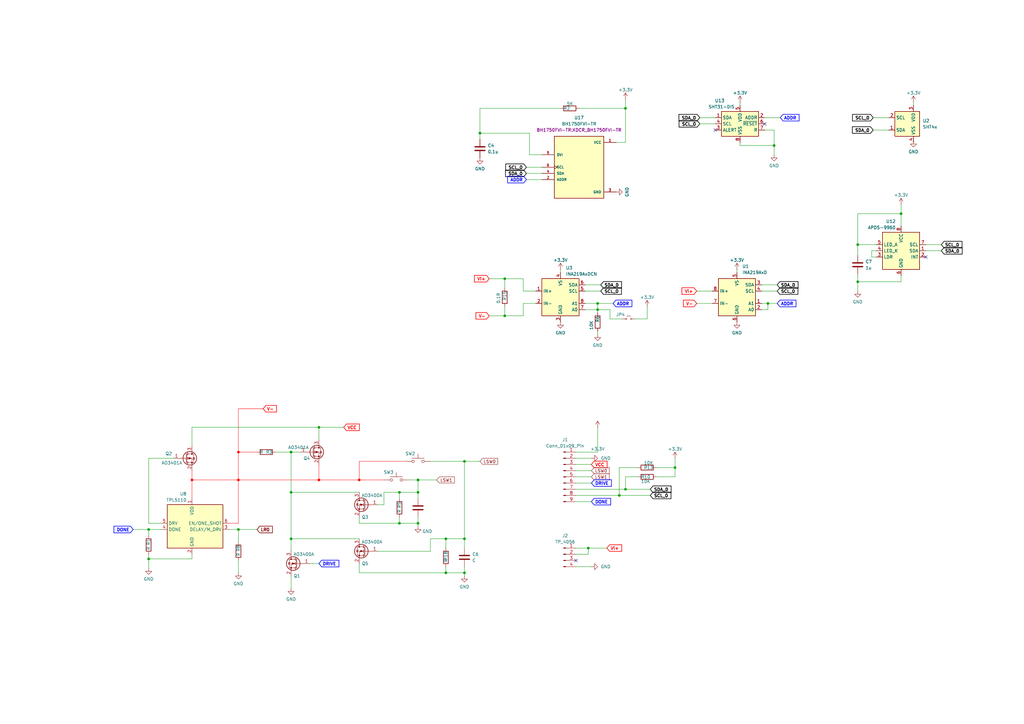
<source format=kicad_sch>
(kicad_sch (version 20250114) (generator "eeschema") (generator_version "9.0")
  (paper "A3")
  (lib_symbols
    (symbol "BH1750FVI-TR:BH1750FVI-TR" (pin_names (offset 1.016))
      (property "Reference" "U" (at -10.1737 13.462 0))
      (property "Value" "BH1750FVI-TR" (at -9.922 -15.24 0))
      (property "Footprint" "BH1750FVI-TR:XDCR_BH1750FVI-TR" (at 0 0 0))
      (symbol "BH1750FVI-TR_0_0"
        (rectangle (start -10.16 12.7) (end 10.16 -12.7) (stroke (width 0.254)) (fill (type background)))
        (pin input line (at -15.24 5.08 0) (length 5.08) (name "DVI") (number "5"))
        (pin input clock (at -15.24 0 0) (length 5.08) (name "SCL") (number "6"))
        (pin bidirectional line (at -15.24 -2.54 0) (length 5.08) (name "SDA") (number "4"))
        (pin input line (at -15.24 -5.08 0) (length 5.08) (name "ADDR") (number "2"))
        (pin power_in line (at 15.24 10.16 180) (length 5.08) (name "VCC") (number "1"))
        (pin power_in line (at 15.24 -10.16 180) (length 5.08) (name "GND") (number "3"))
      )
    )
    (symbol "Connector:Conn_01x04_Pin" (pin_names (offset 1.016) (hide yes))
      (property "Reference" "J" (at 0 5.08 0))
      (property "Value" "Conn_01x04_Pin" (at 0 -7.62 0))
      (symbol "Conn_01x04_Pin_1_1"
        (rectangle (start 0.8636 2.667) (end 0 2.413) (stroke (width 0.1524)) (fill (type outline)))
        (rectangle (start 0.8636 0.127) (end 0 -0.127) (stroke (width 0.1524)) (fill (type outline)))
        (rectangle (start 0.8636 -2.413) (end 0 -2.667) (stroke (width 0.1524)) (fill (type outline)))
        (rectangle (start 0.8636 -4.953) (end 0 -5.207) (stroke (width 0.1524)) (fill (type outline)))
        (polyline (pts (xy 1.27 2.54) (xy 0.8636 2.54)) (stroke (width 0.1524)))
        (polyline (pts (xy 1.27 0) (xy 0.8636 0)) (stroke (width 0.1524)))
        (polyline (pts (xy 1.27 -2.54) (xy 0.8636 -2.54)) (stroke (width 0.1524)))
        (polyline (pts (xy 1.27 -5.08) (xy 0.8636 -5.08)) (stroke (width 0.1524)))
        (pin passive line (at 5.08 2.54 180) (length 3.81) (name "Pin_1") (number "1"))
        (pin passive line (at 5.08 0 180) (length 3.81) (name "Pin_2") (number "2"))
        (pin passive line (at 5.08 -2.54 180) (length 3.81) (name "Pin_3") (number "3"))
        (pin passive line (at 5.08 -5.08 180) (length 3.81) (name "Pin_4") (number "4"))
      )
    )
    (symbol "Connector:Conn_01x09_Pin" (pin_names (offset 1.016) (hide yes))
      (property "Reference" "J" (at 0 12.7 0))
      (property "Value" "Conn_01x09_Pin" (at 0 -12.7 0))
      (symbol "Conn_01x09_Pin_1_1"
        (rectangle (start 0.8636 10.287) (end 0 10.033) (stroke (width 0.1524)) (fill (type outline)))
        (rectangle (start 0.8636 7.747) (end 0 7.493) (stroke (width 0.1524)) (fill (type outline)))
        (rectangle (start 0.8636 5.207) (end 0 4.953) (stroke (width 0.1524)) (fill (type outline)))
        (rectangle (start 0.8636 2.667) (end 0 2.413) (stroke (width 0.1524)) (fill (type outline)))
        (rectangle (start 0.8636 0.127) (end 0 -0.127) (stroke (width 0.1524)) (fill (type outline)))
        (rectangle (start 0.8636 -2.413) (end 0 -2.667) (stroke (width 0.1524)) (fill (type outline)))
        (rectangle (start 0.8636 -4.953) (end 0 -5.207) (stroke (width 0.1524)) (fill (type outline)))
        (rectangle (start 0.8636 -7.493) (end 0 -7.747) (stroke (width 0.1524)) (fill (type outline)))
        (rectangle (start 0.8636 -10.033) (end 0 -10.287) (stroke (width 0.1524)) (fill (type outline)))
        (polyline (pts (xy 1.27 10.16) (xy 0.8636 10.16)) (stroke (width 0.1524)))
        (polyline (pts (xy 1.27 7.62) (xy 0.8636 7.62)) (stroke (width 0.1524)))
        (polyline (pts (xy 1.27 5.08) (xy 0.8636 5.08)) (stroke (width 0.1524)))
        (polyline (pts (xy 1.27 2.54) (xy 0.8636 2.54)) (stroke (width 0.1524)))
        (polyline (pts (xy 1.27 0) (xy 0.8636 0)) (stroke (width 0.1524)))
        (polyline (pts (xy 1.27 -2.54) (xy 0.8636 -2.54)) (stroke (width 0.1524)))
        (polyline (pts (xy 1.27 -5.08) (xy 0.8636 -5.08)) (stroke (width 0.1524)))
        (polyline (pts (xy 1.27 -7.62) (xy 0.8636 -7.62)) (stroke (width 0.1524)))
        (polyline (pts (xy 1.27 -10.16) (xy 0.8636 -10.16)) (stroke (width 0.1524)))
        (pin passive line (at 5.08 10.16 180) (length 3.81) (name "Pin_1") (number "1"))
        (pin passive line (at 5.08 7.62 180) (length 3.81) (name "Pin_2") (number "2"))
        (pin passive line (at 5.08 5.08 180) (length 3.81) (name "Pin_3") (number "3"))
        (pin passive line (at 5.08 2.54 180) (length 3.81) (name "Pin_4") (number "4"))
        (pin passive line (at 5.08 0 180) (length 3.81) (name "Pin_5") (number "5"))
        (pin passive line (at 5.08 -2.54 180) (length 3.81) (name "Pin_6") (number "6"))
        (pin passive line (at 5.08 -5.08 180) (length 3.81) (name "Pin_7") (number "7"))
        (pin passive line (at 5.08 -7.62 180) (length 3.81) (name "Pin_8") (number "8"))
        (pin passive line (at 5.08 -10.16 180) (length 3.81) (name "Pin_9") (number "9"))
      )
    )
    (symbol "Device:C" (pin_numbers (hide yes)) (pin_names (offset 0.254))
      (property "Reference" "C" (at 0.635 2.54 0))
      (property "Value" "C" (at 0.635 -2.54 0))
      (symbol "C_0_1"
        (polyline (pts (xy -2.032 0.762) (xy 2.032 0.762)) (stroke (width 0.508)))
        (polyline (pts (xy -2.032 -0.762) (xy 2.032 -0.762)) (stroke (width 0.508)))
      )
      (symbol "C_1_1"
        (pin passive line (at 0 3.81 270) (length 2.794) (name "~") (number "1"))
        (pin passive line (at 0 -3.81 90) (length 2.794) (name "~") (number "2"))
      )
    )
    (symbol "Device:R" (pin_numbers (hide yes)) (pin_names (offset 0))
      (property "Reference" "R" (at 2.032 0 90))
      (property "Value" "R" (at 0 0 90))
      (symbol "R_0_1"
        (rectangle (start -1.016 -2.54) (end 1.016 2.54) (stroke (width 0.254)))
      )
      (symbol "R_1_1"
        (pin passive line (at 0 3.81 270) (length 1.27) (name "~") (number "1"))
        (pin passive line (at 0 -3.81 90) (length 1.27) (name "~") (number "2"))
      )
    )
    (symbol "Jumper:Jumper_2_Small_Open" (pin_numbers (hide yes)) (pin_names (offset 0) (hide yes))
      (property "Reference" "JP" (at 0 2.794 0))
      (property "Value" "Jumper_2_Small_Open" (at 0 -2.286 0))
      (symbol "Jumper_2_Small_Open_0_0"
        (circle (center -1.016 0) (radius 0.254))
        (circle (center 1.016 0) (radius 0.254))
      )
      (symbol "Jumper_2_Small_Open_0_1"
        (arc (start -0.762 1.0196) (mid 0 1.2729) (end 0.762 1.0196))
      )
      (symbol "Jumper_2_Small_Open_1_1"
        (pin passive line (at -2.54 0 0) (length 1.27) (name "A") (number "1"))
        (pin passive line (at 2.54 0 180) (length 1.27) (name "B") (number "2"))
      )
    )
    (symbol "Sensor:APDS-9960"
      (property "Reference" "U" (at -5.08 8.89 0))
      (property "Value" "APDS-9960" (at 6.35 8.89 0))
      (symbol "APDS-9960_0_1"
        (rectangle (start -7.62 7.62) (end 7.62 -7.62) (stroke (width 0.254)) (fill (type background)))
      )
      (symbol "APDS-9960_1_1"
        (pin input line (at -10.16 2.54 0) (length 2.54) (name "SCL") (number "7"))
        (pin bidirectional line (at -10.16 0 0) (length 2.54) (name "SDA") (number "1"))
        (pin open_collector line (at -10.16 -2.54 0) (length 2.54) (name "INT") (number "2"))
        (pin power_in line (at 0 10.16 270) (length 2.54) (name "VCC") (number "8"))
        (pin power_in line (at 0 -10.16 90) (length 2.54) (name "GND") (number "6"))
        (pin passive line (at 10.16 2.54 180) (length 2.54) (name "LED_A") (number "5"))
        (pin passive line (at 10.16 0 180) (length 2.54) (name "LED_K") (number "4"))
        (pin passive line (at 10.16 -2.54 180) (length 2.54) (name "LDR") (number "3"))
      )
    )
    (symbol "Sensor_Energy:INA219AxD"
      (property "Reference" "U" (at -6.35 8.89 0))
      (property "Value" "INA219AxD" (at 5.08 8.89 0))
      (symbol "INA219AxD_0_1"
        (rectangle (start -7.62 7.62) (end 7.62 -7.62) (stroke (width 0.254)) (fill (type background)))
      )
      (symbol "INA219AxD_1_1"
        (pin input line (at -10.16 2.54 0) (length 2.54) (name "IN+") (number "8"))
        (pin input line (at -10.16 -2.54 0) (length 2.54) (name "IN-") (number "7"))
        (pin power_in line (at 0 10.16 270) (length 2.54) (name "VS") (number "5"))
        (pin power_in line (at 0 -10.16 90) (length 2.54) (name "GND") (number "6"))
        (pin bidirectional line (at 10.16 5.08 180) (length 2.54) (name "SDA") (number "3"))
        (pin input line (at 10.16 2.54 180) (length 2.54) (name "SCL") (number "4"))
        (pin input line (at 10.16 -2.54 180) (length 2.54) (name "A1") (number "1"))
        (pin input line (at 10.16 -5.08 180) (length 2.54) (name "A0") (number "2"))
      )
    )
    (symbol "Sensor_Energy:INA219AxDCN"
      (property "Reference" "U" (at -6.35 8.89 0))
      (property "Value" "INA219AxDCN" (at 6.35 8.89 0))
      (symbol "INA219AxDCN_0_1"
        (rectangle (start -7.62 7.62) (end 7.62 -7.62) (stroke (width 0.254)) (fill (type background)))
      )
      (symbol "INA219AxDCN_1_1"
        (pin input line (at -10.16 2.54 0) (length 2.54) (name "IN+") (number "1"))
        (pin input line (at -10.16 -2.54 0) (length 2.54) (name "IN-") (number "2"))
        (pin power_in line (at 0 10.16 270) (length 2.54) (name "VS") (number "4"))
        (pin power_in line (at 0 -10.16 90) (length 2.54) (name "GND") (number "3"))
        (pin bidirectional line (at 10.16 5.08 180) (length 2.54) (name "SDA") (number "6"))
        (pin input line (at 10.16 2.54 180) (length 2.54) (name "SCL") (number "5"))
        (pin input line (at 10.16 -2.54 180) (length 2.54) (name "A1") (number "8"))
        (pin input line (at 10.16 -5.08 180) (length 2.54) (name "A0") (number "7"))
      )
    )
    (symbol "Sensor_Humidity:SHT31-DIS"
      (property "Reference" "U" (at -6.35 6.35 0))
      (property "Value" "SHT31-DIS" (at 6.35 6.35 0))
      (symbol "SHT31-DIS_0_1"
        (rectangle (start -7.62 5.08) (end 7.62 -5.08) (stroke (width 0.254)) (fill (type background)))
      )
      (symbol "SHT31-DIS_1_1"
        (pin input line (at -10.16 2.54 0) (length 2.54) (name "ADDR") (number "2"))
        (pin input line (at -10.16 0 0) (length 2.54) (name "~{RESET}") (number "6"))
        (pin passive line (at -10.16 -2.54 0) (length 2.54) (name "R") (number "7"))
        (pin power_in line (at 0 7.62 270) (length 2.54) (name "VDD") (number "5"))
        (pin power_in line (at 0 -7.62 90) (length 2.54) (name "VSS") (number "8"))
        (pin passive line (at 0 -7.62 90) (length 2.54) (hide yes) (name "VSS") (number "9"))
        (pin bidirectional line (at 10.16 2.54 180) (length 2.54) (name "SDA") (number "1"))
        (pin input line (at 10.16 0 180) (length 2.54) (name "SCL") (number "4"))
        (pin output line (at 10.16 -2.54 180) (length 2.54) (name "ALERT") (number "3"))
      )
    )
    (symbol "Sensor_Humidity:SHT4x"
      (property "Reference" "U" (at 0 8.89 0))
      (property "Value" "SHT4x" (at 0 6.35 0))
      (symbol "SHT4x_1_1"
        (rectangle (start -5.08 5.08) (end 5.08 -5.08) (stroke (width 0.254)) (fill (type background)))
        (pin input line (at -7.62 2.54 0) (length 2.54) (name "SCL") (number "2"))
        (pin bidirectional line (at -7.62 -2.54 0) (length 2.54) (name "SDA") (number "1"))
        (pin power_in line (at 2.54 7.62 270) (length 2.54) (name "VDD") (number "3"))
        (pin power_in line (at 2.54 -7.62 90) (length 2.54) (name "VSS") (number "4"))
      )
    )
    (symbol "Switch:SW_Push" (pin_numbers (hide yes)) (pin_names (offset 1.016) (hide yes))
      (property "Reference" "SW" (at 1.27 2.54 0))
      (property "Value" "SW_Push" (at 0 -1.524 0))
      (symbol "SW_Push_0_1"
        (circle (center -2.032 0) (radius 0.508))
        (polyline (pts (xy 0 1.27) (xy 0 3.048)))
        (circle (center 2.032 0) (radius 0.508))
        (polyline (pts (xy 2.54 1.27) (xy -2.54 1.27)))
        (pin passive line (at -5.08 0 0) (length 2.54) (name "1") (number "1"))
        (pin passive line (at 5.08 0 180) (length 2.54) (name "2") (number "2"))
      )
    )
    (symbol "Timer:TPL5110"
      (property "Reference" "U8" (at 2.1941 12.065 0))
      (property "Value" "TPL5110" (at 2.1941 9.525 0))
      (symbol "TPL5110_0_1"
        (rectangle (start -12.7 7.62) (end 10.16 -10.16) (stroke (width 0.254)) (fill (type background)))
      )
      (symbol "TPL5110_1_1"
        (pin input line (at -15.24 0 0) (length 2.54) (name "EN/ONE_SHOT") (number "6"))
        (pin input line (at -15.24 -2.54 0) (length 2.54) (name "DELAY/M_DRV") (number "3"))
        (pin bidirectional line (at 0 10.16 270) (length 2.54) (name "VDD") (number "1"))
        (pin power_in line (at 0 -12.7 90) (length 2.54) (name "GND") (number "2"))
        (pin output line (at 12.7 0 180) (length 2.54) (name "DRV") (number "5"))
        (pin input line (at 12.7 -2.54 180) (length 2.54) (name "DONE") (number "4"))
      )
    )
    (symbol "Transistor_FET:AO3400A" (pin_names (hide yes))
      (property "Reference" "Q" (at 5.08 1.905 0))
      (property "Value" "AO3400A" (at 5.08 0 0))
      (symbol "AO3400A_0_1"
        (polyline (pts (xy 0.254 1.905) (xy 0.254 -1.905)) (stroke (width 0.254)))
        (polyline (pts (xy 0.254 0) (xy -2.54 0)))
        (polyline (pts (xy 0.762 2.286) (xy 0.762 1.27)) (stroke (width 0.254)))
        (polyline (pts (xy 0.762 0.508) (xy 0.762 -0.508)) (stroke (width 0.254)))
        (polyline (pts (xy 0.762 -1.27) (xy 0.762 -2.286)) (stroke (width 0.254)))
        (polyline (pts (xy 0.762 -1.778) (xy 3.302 -1.778) (xy 3.302 1.778) (xy 0.762 1.778)))
        (polyline (pts (xy 1.016 0) (xy 2.032 0.381) (xy 2.032 -0.381) (xy 1.016 0)) (fill (type outline)))
        (circle (center 1.651 0) (radius 2.794) (stroke (width 0.254)))
        (polyline (pts (xy 2.54 2.54) (xy 2.54 1.778)))
        (circle (center 2.54 1.778) (radius 0.254) (fill (type outline)))
        (circle (center 2.54 -1.778) (radius 0.254) (fill (type outline)))
        (polyline (pts (xy 2.54 -2.54) (xy 2.54 0) (xy 0.762 0)))
        (polyline (pts (xy 2.794 0.508) (xy 2.921 0.381) (xy 3.683 0.381) (xy 3.81 0.254)))
        (polyline (pts (xy 3.302 0.381) (xy 2.921 -0.254) (xy 3.683 -0.254) (xy 3.302 0.381)))
      )
      (symbol "AO3400A_1_1"
        (pin input line (at -5.08 0 0) (length 2.54) (name "G") (number "1"))
        (pin passive line (at 2.54 5.08 270) (length 2.54) (name "D") (number "3"))
        (pin passive line (at 2.54 -5.08 90) (length 2.54) (name "S") (number "2"))
      )
    )
    (symbol "Transistor_FET:AO3401A" (pin_names (hide yes))
      (property "Reference" "Q" (at 5.08 1.905 0))
      (property "Value" "AO3401A" (at 5.08 0 0))
      (symbol "AO3401A_0_1"
        (polyline (pts (xy 0.254 1.905) (xy 0.254 -1.905)) (stroke (width 0.254)))
        (polyline (pts (xy 0.254 0) (xy -2.54 0)))
        (polyline (pts (xy 0.762 2.286) (xy 0.762 1.27)) (stroke (width 0.254)))
        (polyline (pts (xy 0.762 1.778) (xy 3.302 1.778) (xy 3.302 -1.778) (xy 0.762 -1.778)))
        (polyline (pts (xy 0.762 0.508) (xy 0.762 -0.508)) (stroke (width 0.254)))
        (polyline (pts (xy 0.762 -1.27) (xy 0.762 -2.286)) (stroke (width 0.254)))
        (circle (center 1.651 0) (radius 2.794) (stroke (width 0.254)))
        (polyline (pts (xy 2.286 0) (xy 1.27 0.381) (xy 1.27 -0.381) (xy 2.286 0)) (fill (type outline)))
        (polyline (pts (xy 2.54 2.54) (xy 2.54 1.778)))
        (circle (center 2.54 1.778) (radius 0.254) (fill (type outline)))
        (circle (center 2.54 -1.778) (radius 0.254) (fill (type outline)))
        (polyline (pts (xy 2.54 -2.54) (xy 2.54 0) (xy 0.762 0)))
        (polyline (pts (xy 2.794 -0.508) (xy 2.921 -0.381) (xy 3.683 -0.381) (xy 3.81 -0.254)))
        (polyline (pts (xy 3.302 -0.381) (xy 2.921 0.254) (xy 3.683 0.254) (xy 3.302 -0.381)))
      )
      (symbol "AO3401A_1_1"
        (pin input line (at -5.08 0 0) (length 2.54) (name "G") (number "1"))
        (pin passive line (at 2.54 5.08 270) (length 2.54) (name "D") (number "3"))
        (pin passive line (at 2.54 -5.08 90) (length 2.54) (name "S") (number "2"))
      )
    )
    (symbol "power:+3.3V" (power) (pin_numbers (hide yes)) (pin_names (offset 0) (hide yes))
      (property "Value" "+3.3V" (at 0 3.556 0))
      (symbol "+3.3V_0_1"
        (polyline (pts (xy -0.762 1.27) (xy 0 2.54)))
        (polyline (pts (xy 0 2.54) (xy 0.762 1.27)))
        (polyline (pts (xy 0 0) (xy 0 2.54)))
      )
      (symbol "+3.3V_1_1"
        (pin power_in line (at 0 0 90) (length 0) (name "~") (number "1"))
      )
    )
    (symbol "power:GND" (power) (pin_names (offset 0))
      (property "Value" "GND" (at 0 -3.81 0))
      (symbol "GND_0_1"
        (polyline (pts (xy 0 0) (xy 0 -1.27) (xy 1.27 -1.27) (xy 0 -2.54) (xy -1.27 -1.27) (xy 0 -1.27)))
      )
      (symbol "GND_1_1"
        (pin power_in line (at 0 0 270) (length 0) (hide yes) (name "GND") (number "1"))
      )
    )
  )
  (junction (at 351.79 115.57))
  (junction (at 190.5 189.23))
  (junction (at 254 203.2))
  (junction (at 245.11 124.46))
  (junction (at 171.45 214.63))
  (junction (at 314.96 124.46))
  (junction (at 245.11 127))
  (junction (at 182.88 220.98))
  (junction (at 196.85 54.61))
  (junction (at 163.83 214.63))
  (junction (at 207.01 114.3))
  (junction (at 130.81 196.85) (color 255 0 0 1))
  (junction (at 60.96 229.235))
  (junction (at 147.32 196.85) (color 255 0 0 1))
  (junction (at 182.88 234.95))
  (junction (at 317.5 59.69))
  (junction (at 276.86 191.77))
  (junction (at 256.54 44.45))
  (junction (at 60.96 217.17))
  (junction (at 119.38 201.93))
  (junction (at 369.57 87.63))
  (junction (at 190.5 234.95))
  (junction (at 241.3 224.79))
  (junction (at 171.45 196.85))
  (junction (at 163.83 201.93))
  (junction (at 351.79 100.33))
  (junction (at 207.01 129.54))
  (junction (at 119.38 220.98))
  (junction (at 190.5 220.98))
  (junction (at 78.74 196.85) (color 255 0 0 1))
  (junction (at 256.54 200.66))
  (junction (at 97.79 196.85) (color 255 0 0 1))
  (junction (at 130.81 175.26))
  (junction (at 119.38 185.42))
  (junction (at 97.79 185.42) (color 255 0 0 1))
  (junction (at 97.79 217.17))
  (junction (at 171.45 201.93))
  (no_connect (at 313.69 50.8))
  (no_connect (at 236.22 229.87))
  (no_connect (at 293.37 53.34))
  (no_connect (at 379.73 105.41))
  (wire (pts (xy 317.5 59.69) (xy 317.5 53.34)))
  (wire (pts (xy 140.97 175.26) (xy 130.81 175.26)))
  (wire (pts (xy 182.88 220.98) (xy 190.5 220.98)))
  (wire (pts (xy 374.65 41.91) (xy 374.65 43.18)))
  (wire (pts (xy 207.01 129.54) (xy 214.63 129.54)))
  (wire (pts (xy 245.11 127) (xy 250.19 127)))
  (wire (pts (xy 236.22 205.74) (xy 242.57 205.74)))
  (wire (pts (xy 359.41 105.41) (xy 357.505 105.41)))
  (wire (pts (xy 147.32 189.23) (xy 147.32 196.85)) (stroke (width 0) (color 255 0 0 1)))
  (wire (pts (xy 351.79 112.395) (xy 351.79 115.57)))
  (wire (pts (xy 219.71 124.46) (xy 214.63 124.46)))
  (wire (pts (xy 130.81 175.26) (xy 78.74 175.26)))
  (wire (pts (xy 190.5 189.23) (xy 196.85 189.23)))
  (wire (pts (xy 369.57 113.03) (xy 369.57 115.57)))
  (wire (pts (xy 182.88 220.98) (xy 182.88 224.79)))
  (wire (pts (xy 196.85 54.61) (xy 217.17 54.61)))
  (wire (pts (xy 245.11 124.46) (xy 245.11 127)))
  (wire (pts (xy 97.79 229.87) (xy 97.79 234.95)))
  (wire (pts (xy 240.03 127) (xy 245.11 127)))
  (wire (pts (xy 190.5 189.23) (xy 190.5 220.98)))
  (wire (pts (xy 303.53 41.91) (xy 303.53 43.18)))
  (wire (pts (xy 176.53 226.06) (xy 154.94 226.06)))
  (wire (pts (xy 245.11 127) (xy 245.11 128.27)))
  (wire (pts (xy 364.49 48.26) (xy 358.14 48.26)))
  (wire (pts (xy 105.41 185.42) (xy 97.79 185.42)) (stroke (width 0) (color 255 0 0 1)))
  (wire (pts (xy 66.04 214.63) (xy 60.96 214.63)))
  (wire (pts (xy 113.03 185.42) (xy 119.38 185.42)))
  (wire (pts (xy 236.22 190.5) (xy 242.57 190.5)))
  (wire (pts (xy 97.79 196.85) (xy 97.79 214.63)) (stroke (width 0) (color 255 0 0 1)))
  (wire (pts (xy 97.79 167.64) (xy 97.79 185.42)) (stroke (width 0) (color 255 0 0 1)))
  (wire (pts (xy 217.17 63.5) (xy 222.25 63.5)))
  (wire (pts (xy 119.38 220.98) (xy 119.38 226.06)))
  (wire (pts (xy 379.73 102.87) (xy 386.08 102.87)))
  (wire (pts (xy 236.22 195.58) (xy 242.57 195.58)))
  (wire (pts (xy 97.79 196.85) (xy 78.74 196.85)) (stroke (width 0) (color 255 0 0 1)))
  (wire (pts (xy 351.79 100.33) (xy 359.41 100.33)))
  (wire (pts (xy 163.83 201.93) (xy 171.45 201.93)))
  (wire (pts (xy 313.69 48.26) (xy 320.04 48.26)))
  (wire (pts (xy 171.45 196.85) (xy 171.45 201.93)))
  (wire (pts (xy 285.75 119.38) (xy 292.1 119.38)))
  (wire (pts (xy 207.01 118.11) (xy 207.01 114.3)))
  (wire (pts (xy 190.5 234.95) (xy 190.5 236.22)))
  (wire (pts (xy 119.38 185.42) (xy 119.38 201.93)))
  (wire (pts (xy 207.01 129.54) (xy 207.01 125.73)))
  (wire (pts (xy 250.19 127) (xy 250.19 130.81)))
  (wire (pts (xy 312.42 116.84) (xy 318.77 116.84)))
  (wire (pts (xy 245.11 135.89) (xy 245.11 137.16)))
  (wire (pts (xy 369.57 115.57) (xy 351.79 115.57)))
  (wire (pts (xy 97.79 217.17) (xy 93.98 217.17)))
  (wire (pts (xy 78.74 175.26) (xy 78.74 182.88)))
  (wire (pts (xy 123.19 185.42) (xy 119.38 185.42)))
  (wire (pts (xy 241.3 224.79) (xy 248.92 224.79)))
  (wire (pts (xy 276.86 191.77) (xy 276.86 195.58)))
  (wire (pts (xy 236.22 198.12) (xy 242.57 198.12)))
  (wire (pts (xy 236.22 203.2) (xy 254 203.2)))
  (wire (pts (xy 78.74 229.235) (xy 60.96 229.235)))
  (wire (pts (xy 60.96 187.96) (xy 60.96 214.63)))
  (wire (pts (xy 200.66 114.3) (xy 207.01 114.3)))
  (wire (pts (xy 379.73 100.33) (xy 386.08 100.33)))
  (wire (pts (xy 303.53 59.69) (xy 317.5 59.69)))
  (wire (pts (xy 60.96 229.235) (xy 60.96 233.045)))
  (wire (pts (xy 190.5 220.98) (xy 190.5 224.79)))
  (wire (pts (xy 214.63 119.38) (xy 219.71 119.38)))
  (wire (pts (xy 240.03 116.84) (xy 246.38 116.84)))
  (wire (pts (xy 176.53 220.98) (xy 176.53 226.06)))
  (wire (pts (xy 60.96 227.33) (xy 60.96 229.235)))
  (wire (pts (xy 147.32 214.63) (xy 147.32 212.09)))
  (wire (pts (xy 171.45 196.85) (xy 179.07 196.85)))
  (wire (pts (xy 182.88 232.41) (xy 182.88 234.95)))
  (wire (pts (xy 222.25 68.58) (xy 215.9 68.58)))
  (wire (pts (xy 97.79 196.85) (xy 130.81 196.85)) (stroke (width 0) (color 255 0 0 1)))
  (wire (pts (xy 196.85 54.61) (xy 196.85 57.15)))
  (wire (pts (xy 256.54 195.58) (xy 256.54 200.66)))
  (wire (pts (xy 97.79 217.17) (xy 97.79 222.25)))
  (wire (pts (xy 93.98 214.63) (xy 97.79 214.63)) (stroke (width 0) (color 255 0 0 1)))
  (wire (pts (xy 236.22 227.33) (xy 241.3 227.33)))
  (wire (pts (xy 119.38 220.98) (xy 147.32 220.98)))
  (wire (pts (xy 66.04 217.17) (xy 60.96 217.17)))
  (wire (pts (xy 265.43 125.73) (xy 265.43 130.81)))
  (wire (pts (xy 147.32 234.95) (xy 182.88 234.95)))
  (wire (pts (xy 302.26 110.49) (xy 302.26 111.76)))
  (wire (pts (xy 317.5 59.69) (xy 317.5 63.5)))
  (wire (pts (xy 293.37 50.8) (xy 287.02 50.8)))
  (wire (pts (xy 78.74 227.33) (xy 78.74 229.235)))
  (wire (pts (xy 190.5 232.41) (xy 190.5 234.95)))
  (wire (pts (xy 97.79 217.17) (xy 105.41 217.17)))
  (wire (pts (xy 236.22 187.96) (xy 242.57 187.96)))
  (wire (pts (xy 60.96 217.17) (xy 60.96 219.71)))
  (wire (pts (xy 303.53 58.42) (xy 303.53 59.69)))
  (wire (pts (xy 78.74 193.04) (xy 78.74 196.85)) (stroke (width 0) (color 255 0 0 1)))
  (wire (pts (xy 130.81 196.85) (xy 147.32 196.85)) (stroke (width 0) (color 255 0 0 1)))
  (wire (pts (xy 312.42 119.38) (xy 318.77 119.38)))
  (wire (pts (xy 171.45 215.9) (xy 171.45 214.63)))
  (wire (pts (xy 229.87 110.49) (xy 229.87 111.76)))
  (wire (pts (xy 364.49 53.34) (xy 358.14 53.34)))
  (wire (pts (xy 130.81 175.26) (xy 130.81 180.34)))
  (wire (pts (xy 127 231.14) (xy 130.81 231.14)))
  (wire (pts (xy 236.22 200.66) (xy 256.54 200.66)))
  (wire (pts (xy 196.85 44.45) (xy 196.85 54.61)))
  (wire (pts (xy 176.53 220.98) (xy 182.88 220.98)))
  (wire (pts (xy 245.11 124.46) (xy 251.46 124.46)))
  (wire (pts (xy 237.49 44.45) (xy 256.54 44.45)))
  (wire (pts (xy 265.43 130.81) (xy 260.35 130.81)))
  (wire (pts (xy 256.54 200.66) (xy 266.7 200.66)))
  (wire (pts (xy 240.03 119.38) (xy 246.38 119.38)))
  (wire (pts (xy 207.01 114.3) (xy 214.63 114.3)))
  (wire (pts (xy 147.32 214.63) (xy 163.83 214.63)))
  (wire (pts (xy 312.42 124.46) (xy 314.96 124.46)))
  (wire (pts (xy 107.95 167.64) (xy 97.79 167.64)) (stroke (width 0) (color 255 0 0 1)))
  (wire (pts (xy 171.45 214.63) (xy 171.45 212.09)))
  (wire (pts (xy 240.03 124.46) (xy 245.11 124.46)))
  (wire (pts (xy 256.54 58.42) (xy 252.73 58.42)))
  (wire (pts (xy 276.86 195.58) (xy 269.24 195.58)))
  (wire (pts (xy 374.65 58.42) (xy 374.65 57.785)))
  (wire (pts (xy 351.79 87.63) (xy 351.79 100.33)))
  (wire (pts (xy 157.48 207.01) (xy 157.48 201.93)))
  (wire (pts (xy 167.64 196.85) (xy 171.45 196.85)))
  (wire (pts (xy 163.83 201.93) (xy 163.83 204.47)))
  (wire (pts (xy 190.5 234.95) (xy 182.88 234.95)))
  (wire (pts (xy 97.79 185.42) (xy 97.79 196.85)) (stroke (width 0) (color 255 0 0 1)))
  (wire (pts (xy 236.22 224.79) (xy 241.3 224.79)))
  (wire (pts (xy 119.38 201.93) (xy 119.38 220.98)))
  (wire (pts (xy 245.11 175.26) (xy 245.11 185.42)))
  (wire (pts (xy 276.86 187.96) (xy 276.86 191.77)))
  (wire (pts (xy 313.69 53.34) (xy 317.5 53.34)))
  (wire (pts (xy 207.01 129.54) (xy 200.66 129.54)))
  (wire (pts (xy 261.62 195.58) (xy 256.54 195.58)))
  (wire (pts (xy 147.32 189.23) (xy 166.37 189.23)) (stroke (width 0) (color 255 0 0 1)))
  (wire (pts (xy 236.22 193.04) (xy 242.57 193.04)))
  (wire (pts (xy 222.25 71.12) (xy 215.9 71.12)))
  (wire (pts (xy 293.37 48.26) (xy 287.02 48.26)))
  (wire (pts (xy 171.45 201.93) (xy 171.45 204.47)))
  (wire (pts (xy 241.3 227.33) (xy 241.3 224.79)))
  (wire (pts (xy 351.79 100.33) (xy 351.79 104.775)))
  (wire (pts (xy 217.17 54.61) (xy 217.17 63.5)))
  (wire (pts (xy 176.53 189.23) (xy 190.5 189.23)))
  (wire (pts (xy 163.83 214.63) (xy 171.45 214.63)))
  (wire (pts (xy 130.81 190.5) (xy 130.81 196.85)) (stroke (width 0) (color 255 0 0 1)))
  (wire (pts (xy 357.505 102.87) (xy 359.41 102.87)))
  (wire (pts (xy 60.96 187.96) (xy 71.12 187.96)))
  (wire (pts (xy 254 191.77) (xy 254 203.2)))
  (wire (pts (xy 276.86 191.77) (xy 269.24 191.77)))
  (wire (pts (xy 157.48 201.93) (xy 163.83 201.93)))
  (wire (pts (xy 214.63 124.46) (xy 214.63 129.54)))
  (wire (pts (xy 236.22 232.41) (xy 242.57 232.41)))
  (wire (pts (xy 254 203.2) (xy 266.7 203.2)))
  (wire (pts (xy 60.96 217.17) (xy 54.61 217.17)))
  (wire (pts (xy 369.57 83.82) (xy 369.57 87.63)))
  (wire (pts (xy 154.94 207.01) (xy 157.48 207.01)))
  (wire (pts (xy 147.32 234.95) (xy 147.32 231.14)))
  (wire (pts (xy 250.19 130.81) (xy 255.27 130.81)))
  (wire (pts (xy 357.505 105.41) (xy 357.505 102.87)))
  (wire (pts (xy 314.96 124.46) (xy 318.77 124.46)))
  (wire (pts (xy 222.25 73.66) (xy 215.9 73.66)))
  (wire (pts (xy 78.74 196.85) (xy 78.74 204.47)) (stroke (width 0) (color 255 0 0 1)))
  (wire (pts (xy 119.38 236.22) (xy 119.38 241.3)))
  (wire (pts (xy 292.1 124.46) (xy 285.75 124.46)))
  (wire (pts (xy 236.22 185.42) (xy 245.11 185.42)))
  (wire (pts (xy 312.42 127) (xy 314.96 127)))
  (wire (pts (xy 229.87 44.45) (xy 196.85 44.45)))
  (wire (pts (xy 261.62 191.77) (xy 254 191.77)))
  (wire (pts (xy 369.57 92.71) (xy 369.57 87.63)))
  (wire (pts (xy 256.54 44.45) (xy 256.54 58.42)))
  (wire (pts (xy 119.38 201.93) (xy 147.32 201.93)))
  (wire (pts (xy 163.83 212.09) (xy 163.83 214.63)))
  (wire (pts (xy 351.79 119.38) (xy 351.79 115.57)))
  (wire (pts (xy 369.57 87.63) (xy 351.79 87.63)))
  (wire (pts (xy 147.32 196.85) (xy 157.48 196.85)) (stroke (width 0) (color 255 0 0 1)))
  (wire (pts (xy 256.54 40.64) (xy 256.54 44.45)))
  (wire (pts (xy 314.96 127) (xy 314.96 124.46)))
  (wire (pts (xy 214.63 114.3) (xy 214.63 119.38)))
  (global_label "SCL_0" (shape input) (at 386.08 100.33 0) (effects (font (thickness 0.254) (bold yes))) (property "Intersheetrefs" "${INTERSHEET_REFS}" (effects (hide yes))))
  (global_label "LR0" (shape input) (at 105.41 217.17 0) (effects (font (thickness 0.254) (bold yes))) (property "Intersheetrefs" "${INTERSHEET_REFS}" (effects (hide yes))))
  (global_label "SDA_0" (shape input) (at 287.02 48.26 180) (effects (font (thickness 0.254) (bold yes))) (property "Intersheetrefs" "${INTERSHEET_REFS}" (effects (hide yes))))
  (global_label "Vi+" (shape input) (at 285.75 119.38 180) (effects (font (thickness 0.254) (bold yes))) (property "Intersheetrefs" "${INTERSHEET_REFS}" (effects (hide yes))))
  (global_label "VCC" (shape input) (at 140.97 175.26 0) (effects (font (thickness 0.254) (bold yes))) (property "Intersheetrefs" "${INTERSHEET_REFS}" (effects (hide yes))))
  (global_label "DONE" (shape input) (at 54.61 217.17 180) (effects (font (thickness 0.254) (bold yes))) (property "Intersheetrefs" "${INTERSHEET_REFS}" (effects (hide yes))))
  (global_label "LSW1" (shape input) (at 242.57 195.58 0) (property "Intersheetrefs" "${INTERSHEET_REFS}" (effects (hide yes))))
  (global_label "SCL_0" (shape input) (at 266.7 203.2 0) (effects (font (thickness 0.254) (bold yes))) (property "Intersheetrefs" "${INTERSHEET_REFS}" (effects (hide yes))))
  (global_label "Vi+" (shape input) (at 200.66 114.3 180) (effects (font (thickness 0.254) (bold yes))) (property "Intersheetrefs" "${INTERSHEET_REFS}" (effects (hide yes))))
  (global_label "VCC" (shape input) (at 242.57 190.5 0) (effects (font (thickness 0.254) (bold yes))) (property "Intersheetrefs" "${INTERSHEET_REFS}" (effects (hide yes))))
  (global_label "SDA_0" (shape input) (at 386.08 102.87 0) (effects (font (thickness 0.254) (bold yes))) (property "Intersheetrefs" "${INTERSHEET_REFS}" (effects (hide yes))))
  (global_label "SCL_0" (shape input) (at 358.14 48.26 180) (effects (font (thickness 0.254) (bold yes))) (property "Intersheetrefs" "${INTERSHEET_REFS}" (effects (hide yes))))
  (global_label "V-" (shape input) (at 200.66 129.54 180) (effects (font (thickness 0.254) (bold yes))) (property "Intersheetrefs" "${INTERSHEET_REFS}" (effects (hide yes))))
  (global_label "V-" (shape input) (at 285.75 124.46 180) (effects (font (thickness 0.254) (bold yes))) (property "Intersheetrefs" "${INTERSHEET_REFS}" (effects (hide yes))))
  (global_label "Vi+" (shape input) (at 248.92 224.79 0) (effects (font (thickness 0.254) (bold yes))) (property "Intersheetrefs" "${INTERSHEET_REFS}" (effects (hide yes))))
  (global_label "ADDR" (shape input) (at 215.9 73.66 180) (effects (font (thickness 0.254) (bold yes))) (property "Intersheetrefs" "${INTERSHEET_REFS}" (effects (hide yes))))
  (global_label "LSW0" (shape input) (at 196.85 189.23 0) (property "Intersheetrefs" "${INTERSHEET_REFS}" (effects (hide yes))))
  (global_label "SCL_0" (shape input) (at 246.38 119.38 0) (effects (font (thickness 0.254) (bold yes))) (property "Intersheetrefs" "${INTERSHEET_REFS}" (effects (hide yes))))
  (global_label "ADDR" (shape input) (at 251.46 124.46 0) (effects (font (thickness 0.254) (bold yes))) (property "Intersheetrefs" "${INTERSHEET_REFS}" (effects (hide yes))))
  (global_label "SDA_0" (shape input) (at 318.77 116.84 0) (effects (font (thickness 0.254) (bold yes))) (property "Intersheetrefs" "${INTERSHEET_REFS}" (effects (hide yes))))
  (global_label "SDA_0" (shape input) (at 246.38 116.84 0) (effects (font (thickness 0.254) (bold yes))) (property "Intersheetrefs" "${INTERSHEET_REFS}" (effects (hide yes))))
  (global_label "ADDR" (shape input) (at 320.04 48.26 0) (effects (font (thickness 0.254) (bold yes))) (property "Intersheetrefs" "${INTERSHEET_REFS}" (effects (hide yes))))
  (global_label "SDA_0" (shape input) (at 215.9 71.12 180) (effects (font (thickness 0.254) (bold yes))) (property "Intersheetrefs" "${INTERSHEET_REFS}" (effects (hide yes))))
  (global_label "DRIVE" (shape input) (at 130.81 231.14 0) (effects (font (thickness 0.254) (bold yes))) (property "Intersheetrefs" "${INTERSHEET_REFS}" (effects (hide yes))))
  (global_label "ADDR" (shape input) (at 318.77 124.46 0) (effects (font (thickness 0.254) (bold yes))) (property "Intersheetrefs" "${INTERSHEET_REFS}" (effects (hide yes))))
  (global_label "LSW1" (shape input) (at 179.07 196.85 0) (property "Intersheetrefs" "${INTERSHEET_REFS}" (effects (hide yes))))
  (global_label "SCL_0" (shape input) (at 287.02 50.8 180) (effects (font (thickness 0.254) (bold yes))) (property "Intersheetrefs" "${INTERSHEET_REFS}" (effects (hide yes))))
  (global_label "SCL_0" (shape input) (at 318.77 119.38 0) (effects (font (thickness 0.254) (bold yes))) (property "Intersheetrefs" "${INTERSHEET_REFS}" (effects (hide yes))))
  (global_label "LSW0" (shape input) (at 242.57 193.04 0) (property "Intersheetrefs" "${INTERSHEET_REFS}" (effects (hide yes))))
  (global_label "SDA_0" (shape input) (at 266.7 200.66 0) (effects (font (thickness 0.254) (bold yes))) (property "Intersheetrefs" "${INTERSHEET_REFS}" (effects (hide yes))))
  (global_label "DONE" (shape input) (at 242.57 205.74 0) (effects (font (thickness 0.254) (bold yes))) (property "Intersheetrefs" "${INTERSHEET_REFS}" (effects (hide yes))))
  (global_label "SCL_0" (shape input) (at 215.9 68.58 180) (effects (font (thickness 0.254) (bold yes))) (property "Intersheetrefs" "${INTERSHEET_REFS}" (effects (hide yes))))
  (global_label "SDA_0" (shape input) (at 358.14 53.34 180) (effects (font (thickness 0.254) (bold yes))) (property "Intersheetrefs" "${INTERSHEET_REFS}" (effects (hide yes))))
  (global_label "DRIVE" (shape input) (at 242.57 198.12 0) (effects (font (thickness 0.254) (bold yes))) (property "Intersheetrefs" "${INTERSHEET_REFS}" (effects (hide yes))))
  (global_label "V-" (shape input) (at 107.95 167.64 0) (effects (font (thickness 0.254) (bold yes))) (property "Intersheetrefs" "${INTERSHEET_REFS}" (effects (hide yes))))
  (symbol (lib_id "Device:R") (at 60.96 223.52 180) (unit 1)
    (property "Reference" "R1" (at 60.96 220.98 90) (effects (justify left)))
    (property "Value" "R" (at 60.96 224.155 90) (effects (justify left)))
    (property "Footprint" "Resistor_SMD:R_0603_1608Metric" (effects (hide yes)))
  )
  (symbol (lib_id "power:+3.3V") (at 256.54 40.64 0) (unit 1)
    (property "Reference" "#PWR013" (effects (hide yes)))
    (property "Value" "+3.3V" (at 256.54 36.83 0))
  )
  (symbol (lib_id "power:+3.3V") (at 265.43 125.73 0) (unit 1)
    (property "Reference" "#PWR024" (effects (hide yes)))
    (property "Value" "+3.3V" (at 265.43 121.92 0))
  )
  (symbol (lib_id "Transistor_FET:AO3400A") (at 149.86 226.06 0) (mirror y) (unit 1)
    (property "Reference" "Q5" (at 151.13 231.14 0) (effects (justify left)))
    (property "Value" "AO3400A" (at 156.845 222.25 0) (effects (justify left)))
    (property "Footprint" "Package_TO_SOT_SMD:SOT-23" (effects (hide yes)))
    (property "Datasheet" "http://www.aosmd.com/pdfs/datasheet/AO3400A.pdf" (effects (hide yes)))
  )
  (symbol (lib_id "Transistor_FET:AO3400A") (at 149.86 207.01 0) (mirror y) (unit 1)
    (property "Reference" "Q3" (at 151.13 212.09 0) (effects (justify left)))
    (property "Value" "AO3400A" (at 156.845 203.2 0) (effects (justify left)))
    (property "Footprint" "Package_TO_SOT_SMD:SOT-23" (effects (hide yes)))
    (property "Datasheet" "http://www.aosmd.com/pdfs/datasheet/AO3400A.pdf" (effects (hide yes)))
  )
  (symbol (lib_id "power:+3.3V") (at 369.57 83.82 0) (unit 1)
    (property "Reference" "#PWR017" (effects (hide yes)))
    (property "Value" "+3.3V" (at 369.57 80.01 0))
  )
  (symbol (lib_id "Timer:TPL5110") (at 78.74 214.63 0) (mirror y) (unit 1)
    (property "Reference" "U8" (at 76.5459 202.565 0) (effects (justify left)))
    (property "Value" "TPL5110" (at 76.5459 205.105 0) (effects (justify left)))
    (property "Footprint" "Package_TO_SOT_SMD:SOT-23-6" (effects (hide yes)))
    (property "Datasheet" "http://www.ti.com/lit/ds/symlink/tpl5110.pdf" (effects (hide yes)))
  )
  (symbol (lib_id "power:GND") (at 196.85 64.77 0) (mirror y) (unit 1)
    (property "Reference" "#PWR036" (effects (hide yes)))
    (property "Value" "GND" (at 196.85 69.215 0))
  )
  (symbol (lib_id "Jumper:Jumper_2_Small_Open") (at 257.81 130.81 0) (unit 1)
    (property "Reference" "JP4" (at 254.508 129.032 0))
    (property "Value" "Jp_2" (effects (hide yes)))
    (property "Footprint" "Jumper:SolderJumper-2_P1.3mm_Open_Pad1.0x1.5mm" (effects (hide yes)))
    (property "Description" "Jumper, 2-pole, small symbol, open" (effects (hide yes)))
  )
  (symbol (lib_id "Sensor_Energy:INA219AxDCN") (at 229.87 121.92 0) (unit 1)
    (property "Reference" "U3" (at 232.0641 109.855 0) (effects (justify left)))
    (property "Value" "INA219AxDCN" (at 232.0641 112.395 0) (effects (justify left)))
    (property "Footprint" "Package_TO_SOT_SMD:SOT-23-8" (effects (hide yes)))
    (property "Datasheet" "http://www.ti.com/lit/ds/symlink/ina219.pdf" (effects (hide yes)))
  )
  (symbol (lib_id "power:+3.3V") (at 302.26 110.49 0) (unit 1)
    (property "Reference" "#PWR021" (effects (hide yes)))
    (property "Value" "+3.3V" (at 302.26 106.68 0))
  )
  (symbol (lib_id "power:GND") (at 351.79 119.38 0) (unit 1)
    (property "Reference" "#PWR035" (effects (hide yes)))
    (property "Value" "GND" (at 351.79 123.825 0))
  )
  (symbol (lib_id "Sensor:APDS-9960") (at 369.57 102.87 0) (mirror y) (unit 1)
    (property "Reference" "U12" (at 367.3759 90.805 0) (effects (justify left)))
    (property "Value" "APDS-9960" (at 367.3759 93.345 0) (effects (justify left)))
    (property "Footprint" "Sensor:Avago_APDS-9960" (effects (hide yes)))
    (property "Datasheet" "https://docs.broadcom.com/doc/AV02-4191EN" (effects (hide yes)))
  )
  (symbol (lib_id "Device:R") (at 182.88 228.6 180) (unit 1)
    (property "Reference" "R18" (at 182.88 226.06 90) (effects (justify left)))
    (property "Value" "R" (at 182.88 229.235 90) (effects (justify left)))
    (property "Footprint" "Resistor_SMD:R_0603_1608Metric" (effects (hide yes)))
  )
  (symbol (lib_id "Device:C") (at 351.79 108.585 0) (mirror y) (unit 1)
    (property "Reference" "C7" (at 354.965 107.315 0) (effects (justify right)))
    (property "Value" "1u" (at 354.965 109.855 0) (effects (justify right)))
    (property "Footprint" "Capacitor_SMD:C_0603_1608Metric" (effects (hide yes)))
  )
  (symbol (lib_id "power:+3.3V") (at 245.11 175.26 0) (unit 1)
    (property "Reference" "#PWR022" (effects (hide yes)))
    (property "Value" "+3.3V" (at 245.11 184.15 0))
  )
  (symbol (lib_id "Device:C") (at 196.85 60.96 0) (unit 1)
    (property "Reference" "C4" (at 200.025 59.69 0) (effects (justify left)))
    (property "Value" "0.1u" (at 200.025 62.23 0) (effects (justify left)))
    (property "Footprint" "Capacitor_SMD:C_0603_1608Metric" (effects (hide yes)))
  )
  (symbol (lib_id "power:GND") (at 171.45 215.9 0) (mirror y) (unit 1)
    (property "Reference" "#PWR023" (effects (hide yes)))
    (property "Value" "GND" (at 175.26 217.932 0))
  )
  (symbol (lib_id "power:GND") (at 374.65 57.785 0) (unit 1)
    (property "Reference" "#PWR05" (effects (hide yes)))
    (property "Value" "GND" (at 374.65 62.23 0))
  )
  (symbol (lib_id "Device:R") (at 163.83 208.28 180) (unit 1)
    (property "Reference" "R5" (at 163.83 205.74 90) (effects (justify left)))
    (property "Value" "R" (at 163.83 208.915 90) (effects (justify left)))
    (property "Footprint" "Resistor_SMD:R_0603_1608Metric" (effects (hide yes)))
  )
  (symbol (lib_id "power:GND") (at 242.57 232.41 90) (unit 1)
    (property "Reference" "#PWR040" (effects (hide yes)))
    (property "Value" "GND" (at 246.38 232.4099 90) (effects (justify right)))
  )
  (symbol (lib_id "power:GND") (at 60.96 233.045 0) (unit 1)
    (property "Reference" "#PWR012" (effects (hide yes)))
    (property "Value" "GND" (at 60.96 237.49 0))
  )
  (symbol (lib_id "power:GND") (at 245.11 137.16 0) (unit 1)
    (property "Reference" "#PWR07" (effects (hide yes)))
    (property "Value" "GND" (at 245.11 141.605 0))
  )
  (symbol (lib_id "Switch:SW_Push") (at 162.56 196.85 0) (unit 1)
    (property "Reference" "SW3" (at 159.385 193.675 0))
    (property "Value" "SW_Push" (effects (hide yes)))
    (property "Footprint" "Button_Switch_SMD:SW_SPST_PTS810" (effects (hide yes)))
  )
  (symbol (lib_id "power:GND") (at 302.26 132.08 0) (unit 1)
    (property "Reference" "#PWR025" (effects (hide yes)))
    (property "Value" "GND" (at 302.26 136.525 0))
  )
  (symbol (lib_id "BH1750FVI-TR:BH1750FVI-TR") (at 237.49 68.58 0) (unit 1)
    (property "Reference" "U17" (at 237.49 48.26 0))
    (property "Value" "BH1750FVI-TR" (at 237.49 50.8 0))
    (property "Footprint" "BH1750FVI-TR:XDCR_BH1750FVI-TR" (at 237.49 53.34 0))
    (property "Description" "\nOptical Sensor Ambient 560nm I²C 6-SMD, Flat Lead Exposed Pad\n" (effects (hide yes)))
    (property "MF" "Rohm" (effects (hide yes)))
    (property "MAXIMUM_PACKAGE_HEIGHT" "0.75mm" (effects (hide yes)))
    (property "Package" "SMD-6 ROHM Semiconductor" (effects (hide yes)))
    (property "Price" "None" (effects (hide yes)))
    (property "Check_prices" "https://www.snapeda.com/parts/BH1750FVI-TR/Rohm/view-part/?ref=eda" (effects (hide yes)))
    (property "STANDARD" "Manufacturer recommendations" (effects (hide yes)))
    (property "PARTREV" "D" (effects (hide yes)))
    (property "SnapEDA_Link" "https://www.snapeda.com/parts/BH1750FVI-TR/Rohm/view-part/?ref=snap" (effects (hide yes)))
    (property "MP" "BH1750FVI-TR" (effects (hide yes)))
    (property "Purchase-URL" "https://www.snapeda.com/api/url_track_click_mouser/?unipart_id=106507&manufacturer=Rohm&part_name=BH1750FVI-TR&search_term=None" (effects (hide yes)))
    (property "Availability" "In Stock" (effects (hide yes)))
    (property "MANUFACTURER" "Rohm" (effects (hide yes)))
  )
  (symbol (lib_id "Sensor_Energy:INA219AxD") (at 302.26 121.92 0) (unit 1)
    (property "Reference" "U1" (at 304.4033 109.22 0) (effects (justify left)))
    (property "Value" "INA219AxD" (at 304.4033 111.76 0) (effects (justify left)))
    (property "Footprint" "Package_SO:SOIC-8_3.9x4.9mm_P1.27mm" (effects (hide yes)))
    (property "Datasheet" "http://www.ti.com/lit/ds/symlink/ina219.pdf" (effects (hide yes)))
    (property "Description" "Zero-Drift, Bidirectional Current/Power Monitor (0-26V) With I2C Interface, SOIC-8" (effects (hide yes)))
  )
  (symbol (lib_id "Device:R") (at 207.01 121.92 180) (unit 1)
    (property "Reference" "R15" (at 207.01 119.38 90) (effects (justify left)))
    (property "Value" "0.1R" (at 204.47 120.015 90) (effects (justify left)))
    (property "Footprint" "Resistor_SMD:R_2512_6332Metric" (effects (hide yes)))
  )
  (symbol (lib_id "power:GND") (at 119.38 241.3 0) (mirror y) (unit 1)
    (property "Reference" "#PWR01" (effects (hide yes)))
    (property "Value" "GND" (at 119.38 245.745 0))
  )
  (symbol (lib_id "power:GND") (at 97.79 234.95 0) (mirror y) (unit 1)
    (property "Reference" "#PWR03" (effects (hide yes)))
    (property "Value" "GND" (at 97.79 239.395 0))
  )
  (symbol (lib_id "Transistor_FET:AO3401A") (at 76.2 187.96 0) (unit 1)
    (property "Reference" "Q2" (at 69.215 186.055 0))
    (property "Value" "AO3401A" (at 70.485 189.865 0))
    (property "Footprint" "Package_TO_SOT_SMD:SOT-23" (effects (hide yes)))
    (property "Datasheet" "http://www.aosmd.com/pdfs/datasheet/AO3401A.pdf" (effects (hide yes)))
  )
  (symbol (lib_id "power:GND") (at 317.5 63.5 0) (unit 1)
    (property "Reference" "#PWR037" (effects (hide yes)))
    (property "Value" "GND" (at 317.5 67.945 0))
  )
  (symbol (lib_id "power:+3.3V") (at 303.53 41.91 0) (unit 1)
    (property "Reference" "#PWR014" (effects (hide yes)))
    (property "Value" "+3.3V" (at 303.53 38.1 0))
  )
  (symbol (lib_id "Connector:Conn_01x09_Pin") (at 231.14 195.58 0) (unit 1)
    (property "Reference" "J1" (at 231.775 180.34 0))
    (property "Value" "Conn_01x09_Pin" (at 231.775 182.88 0))
    (property "Footprint" "Connector_PinHeader_2.54mm:PinHeader_1x09_P2.54mm_Vertical" (effects (hide yes)))
    (property "Description" "Generic connector, single row, 01x09, script generated" (effects (hide yes)))
  )
  (symbol (lib_id "Device:R") (at 97.79 226.06 180) (unit 1)
    (property "Reference" "R8" (at 97.79 223.52 90) (effects (justify left)))
    (property "Value" "R" (at 97.79 226.695 90) (effects (justify left)))
    (property "Footprint" "Resistor_SMD:R_0603_1608Metric" (effects (hide yes)))
  )
  (symbol (lib_id "power:GND") (at 242.57 187.96 90) (unit 1)
    (property "Reference" "#PWR039" (effects (hide yes)))
    (property "Value" "GND" (at 246.38 187.9599 90) (effects (justify right)))
  )
  (symbol (lib_id "power:+3.3V") (at 276.86 187.96 0) (unit 1)
    (property "Reference" "#PWR019" (effects (hide yes)))
    (property "Value" "+3.3V" (at 276.86 184.15 0))
  )
  (symbol (lib_id "Connector:Conn_01x04_Pin") (at 231.14 227.33 0) (unit 1)
    (property "Reference" "J2" (at 231.775 219.71 0))
    (property "Value" "TP_4056" (at 231.775 222.25 0))
    (property "Footprint" "IOT-Mess-Footprints:TP_Charger" (effects (hide yes)))
    (property "Description" "Generic connector, single row, 01x04, script generated" (effects (hide yes)))
  )
  (symbol (lib_id "power:GND") (at 229.87 132.08 0) (unit 1)
    (property "Reference" "#PWR016" (effects (hide yes)))
    (property "Value" "GND" (at 229.87 136.525 0))
  )
  (symbol (lib_id "power:+3.3V") (at 229.87 110.49 0) (unit 1)
    (property "Reference" "#PWR018" (effects (hide yes)))
    (property "Value" "+3.3V" (at 229.87 106.68 0))
  )
  (symbol (lib_id "Device:R") (at 109.22 185.42 90) (unit 1)
    (property "Reference" "R3" (at 111.76 185.42 90) (effects (justify left)))
    (property "Value" "R" (at 107.95 185.42 90) (effects (justify left)))
    (property "Footprint" "Resistor_SMD:R_0603_1608Metric" (effects (hide yes)))
  )
  (symbol (lib_id "Sensor_Humidity:SHT31-DIS") (at 303.53 50.8 0) (mirror y) (unit 1)
    (property "Reference" "U13" (at 297.18 41.275 0) (effects (justify left)))
    (property "Value" "SHT31-DIS" (at 301.3359 43.815 0) (effects (justify left)))
    (property "Footprint" "Sensor_Humidity:Sensirion_DFN-8-1EP_2.5x2.5mm_P0.5mm_EP1.1x1.7mm" (effects (hide yes)))
    (property "Datasheet" "https://www.sensirion.com/fileadmin/user_upload/customers/sensirion/Dokumente/2_Humidity_Sensors/Datasheets/Sensirion_Humidity_Sensors_SHT3x_Datasheet_digital.pdf" (effects (hide yes)))
  )
  (symbol (lib_id "power:+3.3V") (at 374.65 41.91 0) (unit 1)
    (property "Reference" "#PWR015" (effects (hide yes)))
    (property "Value" "+3.3V" (at 374.65 38.1 0))
  )
  (symbol (lib_id "Device:R") (at 265.43 195.58 270) (unit 1)
    (property "Reference" "R10" (at 262.89 195.58 90) (effects (justify left)))
    (property "Value" "10K" (at 262.89 197.485 90) (effects (justify left)))
    (property "Footprint" "Resistor_SMD:R_0603_1608Metric" (effects (hide yes)))
  )
  (symbol (lib_id "Transistor_FET:AO3401A") (at 128.27 185.42 0) (unit 1)
    (property "Reference" "Q4" (at 124.46 187.96 0) (effects (justify left)))
    (property "Value" "AO3401A" (at 118.11 183.515 0) (effects (justify left)))
    (property "Footprint" "Package_TO_SOT_SMD:SOT-23" (effects (hide yes)))
    (property "Datasheet" "http://www.aosmd.com/pdfs/datasheet/AO3401A.pdf" (effects (hide yes)))
  )
  (symbol (lib_id "Device:C") (at 190.5 228.6 0) (unit 1)
    (property "Reference" "C6" (at 193.675 227.33 0) (effects (justify left)))
    (property "Value" "C" (at 193.675 229.87 0) (effects (justify left)))
    (property "Footprint" "Capacitor_SMD:C_0603_1608Metric" (effects (hide yes)))
  )
  (symbol (lib_id "Device:R") (at 233.68 44.45 270) (unit 1)
    (property "Reference" "R2" (at 231.14 44.45 90) (effects (justify left)))
    (property "Value" "5K" (at 232.41 42.545 90) (effects (justify left)))
    (property "Footprint" "Resistor_SMD:R_0603_1608Metric" (effects (hide yes)))
  )
  (symbol (lib_id "power:GND") (at 252.73 78.74 90) (mirror x) (unit 1)
    (property "Reference" "#PWR045" (effects (hide yes)))
    (property "Value" "GND" (at 257.175 78.74 0))
  )
  (symbol (lib_id "Device:R") (at 265.43 191.77 90) (unit 1)
    (property "Reference" "R13" (at 267.97 191.77 90) (effects (justify left)))
    (property "Value" "10K" (at 267.97 189.865 90) (effects (justify left)))
    (property "Footprint" "Resistor_SMD:R_0603_1608Metric" (effects (hide yes)))
  )
  (symbol (lib_id "Transistor_FET:AO3400A") (at 121.92 231.14 0) (mirror y) (unit 1)
    (property "Reference" "Q1" (at 123.19 236.22 0) (effects (justify left)))
    (property "Value" "AO3400A" (at 128.905 227.33 0) (effects (justify left)))
    (property "Footprint" "Package_TO_SOT_SMD:SOT-23" (effects (hide yes)))
    (property "Datasheet" "http://www.aosmd.com/pdfs/datasheet/AO3400A.pdf" (effects (hide yes)))
  )
  (symbol (lib_id "Device:R") (at 245.11 132.08 180) (unit 1)
    (property "Reference" "R6" (at 245.11 129.54 90) (effects (justify left)))
    (property "Value" "10K" (at 242.57 131.445 90) (effects (justify left)))
    (property "Footprint" "Resistor_SMD:R_0603_1608Metric" (effects (hide yes)))
  )
  (symbol (lib_id "Switch:SW_Push") (at 171.45 189.23 0) (unit 1)
    (property "Reference" "SW2" (at 168.275 186.055 0))
    (property "Value" "SW_Push" (effects (hide yes)))
    (property "Footprint" "Button_Switch_SMD:SW_SPST_PTS810" (effects (hide yes)))
  )
  (symbol (lib_id "Sensor_Humidity:SHT4x") (at 372.11 50.8 0) (unit 1)
    (property "Reference" "U2" (at 378.46 49.5299 0) (effects (justify left)))
    (property "Value" "SHT4x" (at 378.46 52.0699 0) (effects (justify left)))
    (property "Footprint" "Sensor_Humidity:Sensirion_DFN-4_1.5x1.5mm_P0.8mm_SHT4x_NoCentralPad" (effects (hide yes)))
    (property "Datasheet" "https://sensirion.com/media/documents/33FD6951/624C4357/Datasheet_SHT4x.pdf" (effects (hide yes)))
    (property "Description" "Digital Humidity and Temperature Sensor, ±1%RH, ±0.1°C, I2C, 1.08-3.6V, 16bit, DFN-4" (effects (hide yes)))
  )
  (symbol (lib_id "power:GND") (at 190.5 236.22 0) (mirror y) (unit 1)
    (property "Reference" "#PWR020" (effects (hide yes)))
    (property "Value" "GND" (at 190.5 240.665 0))
  )
  (symbol (lib_id "Device:C") (at 171.45 208.28 0) (unit 1)
    (property "Reference" "C5" (effects (hide yes)))
    (property "Value" "C" (effects (hide yes)))
    (property "Footprint" "Capacitor_SMD:C_0603_1608Metric" (effects (hide yes)))
  )
)
</source>
